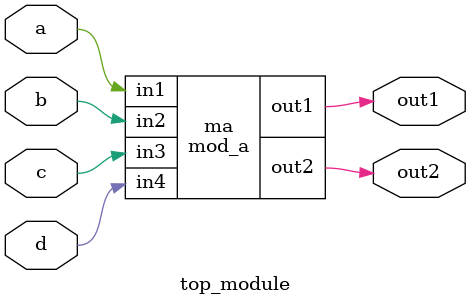
<source format=v>

module mod_a ( output out1, output out2, input in1, input in2, input in3, input in4);
endmodule

module top_module(
    input a, b, c, d,
    output out1, out2
);
    mod_a ma(
        .out1(out1),
        .out2(out2),
        .in1(a),
        .in2(b),
        .in3(c),
        .in4(d)
    );

endmodule
</source>
